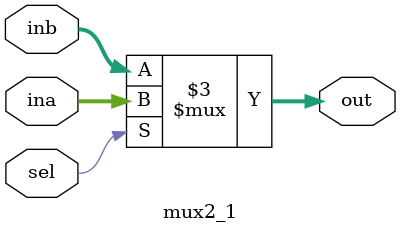
<source format=v>
`timescale 1ns / 1ps


module mux2_1(input [31:0] ina, inb,
              input sel,
              output reg [31:0] out);             
    always @(ina or inb or sel)
    begin
        if(sel)
            out <= ina;
        else
            out <= inb;
    end       
endmodule

</source>
